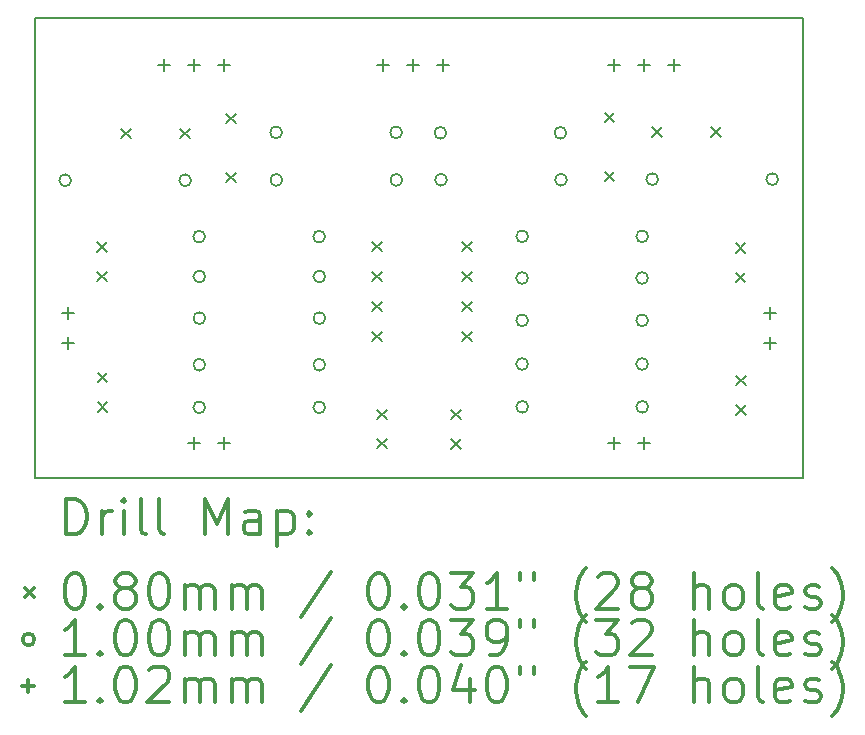
<source format=gbr>
%FSLAX45Y45*%
G04 Gerber Fmt 4.5, Leading zero omitted, Abs format (unit mm)*
G04 Created by KiCad (PCBNEW 4.0.7) date Sunday 08 October 2017 21:13:02*
%MOMM*%
%LPD*%
G01*
G04 APERTURE LIST*
%ADD10C,0.127000*%
%ADD11C,0.150000*%
%ADD12C,0.200000*%
%ADD13C,0.300000*%
G04 APERTURE END LIST*
D10*
D11*
X9900000Y-9700000D02*
X9900000Y-5800000D01*
X16400000Y-9700000D02*
X9900000Y-9700000D01*
X16400000Y-5800000D02*
X16400000Y-9700000D01*
X9900000Y-5800000D02*
X16400000Y-5800000D01*
D12*
X10425000Y-7701000D02*
X10505000Y-7781000D01*
X10505000Y-7701000D02*
X10425000Y-7781000D01*
X10425000Y-7951000D02*
X10505000Y-8031000D01*
X10505000Y-7951000D02*
X10425000Y-8031000D01*
X10431000Y-8806000D02*
X10511000Y-8886000D01*
X10511000Y-8806000D02*
X10431000Y-8886000D01*
X10431000Y-9056000D02*
X10511000Y-9136000D01*
X10511000Y-9056000D02*
X10431000Y-9136000D01*
X10629000Y-6742000D02*
X10709000Y-6822000D01*
X10709000Y-6742000D02*
X10629000Y-6822000D01*
X11129000Y-6742000D02*
X11209000Y-6822000D01*
X11209000Y-6742000D02*
X11129000Y-6822000D01*
X11516000Y-6615000D02*
X11596000Y-6695000D01*
X11596000Y-6615000D02*
X11516000Y-6695000D01*
X11516000Y-7115000D02*
X11596000Y-7195000D01*
X11596000Y-7115000D02*
X11516000Y-7195000D01*
X12754000Y-7695000D02*
X12834000Y-7775000D01*
X12834000Y-7695000D02*
X12754000Y-7775000D01*
X12754000Y-7949000D02*
X12834000Y-8029000D01*
X12834000Y-7949000D02*
X12754000Y-8029000D01*
X12754000Y-8203000D02*
X12834000Y-8283000D01*
X12834000Y-8203000D02*
X12754000Y-8283000D01*
X12754000Y-8457000D02*
X12834000Y-8537000D01*
X12834000Y-8457000D02*
X12754000Y-8537000D01*
X12796000Y-9117000D02*
X12876000Y-9197000D01*
X12876000Y-9117000D02*
X12796000Y-9197000D01*
X12796000Y-9367000D02*
X12876000Y-9447000D01*
X12876000Y-9367000D02*
X12796000Y-9447000D01*
X13424000Y-9119000D02*
X13504000Y-9199000D01*
X13504000Y-9119000D02*
X13424000Y-9199000D01*
X13424000Y-9369000D02*
X13504000Y-9449000D01*
X13504000Y-9369000D02*
X13424000Y-9449000D01*
X13516000Y-7695000D02*
X13596000Y-7775000D01*
X13596000Y-7695000D02*
X13516000Y-7775000D01*
X13516000Y-7949000D02*
X13596000Y-8029000D01*
X13596000Y-7949000D02*
X13516000Y-8029000D01*
X13516000Y-8203000D02*
X13596000Y-8283000D01*
X13596000Y-8203000D02*
X13516000Y-8283000D01*
X13516000Y-8457000D02*
X13596000Y-8537000D01*
X13596000Y-8457000D02*
X13516000Y-8537000D01*
X14723000Y-6604000D02*
X14803000Y-6684000D01*
X14803000Y-6604000D02*
X14723000Y-6684000D01*
X14723000Y-7104000D02*
X14803000Y-7184000D01*
X14803000Y-7104000D02*
X14723000Y-7184000D01*
X15125000Y-6726000D02*
X15205000Y-6806000D01*
X15205000Y-6726000D02*
X15125000Y-6806000D01*
X15625000Y-6726000D02*
X15705000Y-6806000D01*
X15705000Y-6726000D02*
X15625000Y-6806000D01*
X15830000Y-7711000D02*
X15910000Y-7791000D01*
X15910000Y-7711000D02*
X15830000Y-7791000D01*
X15830000Y-7961000D02*
X15910000Y-8041000D01*
X15910000Y-7961000D02*
X15830000Y-8041000D01*
X15836000Y-8830000D02*
X15916000Y-8910000D01*
X15916000Y-8830000D02*
X15836000Y-8910000D01*
X15836000Y-9080000D02*
X15916000Y-9160000D01*
X15916000Y-9080000D02*
X15836000Y-9160000D01*
X10203038Y-7176000D02*
G75*
G03X10203038Y-7176000I-50038J0D01*
G01*
X11219038Y-7176000D02*
G75*
G03X11219038Y-7176000I-50038J0D01*
G01*
X11338038Y-7653000D02*
G75*
G03X11338038Y-7653000I-50038J0D01*
G01*
X11339038Y-7991000D02*
G75*
G03X11339038Y-7991000I-50038J0D01*
G01*
X11339038Y-8344000D02*
G75*
G03X11339038Y-8344000I-50038J0D01*
G01*
X11339038Y-8738000D02*
G75*
G03X11339038Y-8738000I-50038J0D01*
G01*
X11339038Y-9099000D02*
G75*
G03X11339038Y-9099000I-50038J0D01*
G01*
X11989038Y-6771000D02*
G75*
G03X11989038Y-6771000I-50038J0D01*
G01*
X11991038Y-7173000D02*
G75*
G03X11991038Y-7173000I-50038J0D01*
G01*
X12354038Y-7653000D02*
G75*
G03X12354038Y-7653000I-50038J0D01*
G01*
X12355038Y-7991000D02*
G75*
G03X12355038Y-7991000I-50038J0D01*
G01*
X12355038Y-8344000D02*
G75*
G03X12355038Y-8344000I-50038J0D01*
G01*
X12355038Y-8738000D02*
G75*
G03X12355038Y-8738000I-50038J0D01*
G01*
X12355038Y-9099000D02*
G75*
G03X12355038Y-9099000I-50038J0D01*
G01*
X13005038Y-6771000D02*
G75*
G03X13005038Y-6771000I-50038J0D01*
G01*
X13007038Y-7173000D02*
G75*
G03X13007038Y-7173000I-50038J0D01*
G01*
X13380038Y-6775000D02*
G75*
G03X13380038Y-6775000I-50038J0D01*
G01*
X13385038Y-7172000D02*
G75*
G03X13385038Y-7172000I-50038J0D01*
G01*
X14072038Y-8003000D02*
G75*
G03X14072038Y-8003000I-50038J0D01*
G01*
X14072038Y-8362000D02*
G75*
G03X14072038Y-8362000I-50038J0D01*
G01*
X14072038Y-8731000D02*
G75*
G03X14072038Y-8731000I-50038J0D01*
G01*
X14073038Y-7651000D02*
G75*
G03X14073038Y-7651000I-50038J0D01*
G01*
X14073038Y-9094000D02*
G75*
G03X14073038Y-9094000I-50038J0D01*
G01*
X14396038Y-6775000D02*
G75*
G03X14396038Y-6775000I-50038J0D01*
G01*
X14401038Y-7172000D02*
G75*
G03X14401038Y-7172000I-50038J0D01*
G01*
X15088038Y-8003000D02*
G75*
G03X15088038Y-8003000I-50038J0D01*
G01*
X15088038Y-8362000D02*
G75*
G03X15088038Y-8362000I-50038J0D01*
G01*
X15088038Y-8731000D02*
G75*
G03X15088038Y-8731000I-50038J0D01*
G01*
X15089038Y-7651000D02*
G75*
G03X15089038Y-7651000I-50038J0D01*
G01*
X15089038Y-9094000D02*
G75*
G03X15089038Y-9094000I-50038J0D01*
G01*
X15174038Y-7167000D02*
G75*
G03X15174038Y-7167000I-50038J0D01*
G01*
X16190038Y-7167000D02*
G75*
G03X16190038Y-7167000I-50038J0D01*
G01*
X10181000Y-8249200D02*
X10181000Y-8350800D01*
X10130200Y-8300000D02*
X10231800Y-8300000D01*
X10181000Y-8503200D02*
X10181000Y-8604800D01*
X10130200Y-8554000D02*
X10231800Y-8554000D01*
X10992000Y-6149200D02*
X10992000Y-6250800D01*
X10941200Y-6200000D02*
X11042800Y-6200000D01*
X11246000Y-6149200D02*
X11246000Y-6250800D01*
X11195200Y-6200000D02*
X11296800Y-6200000D01*
X11246000Y-9349200D02*
X11246000Y-9450800D01*
X11195200Y-9400000D02*
X11296800Y-9400000D01*
X11500000Y-6149200D02*
X11500000Y-6250800D01*
X11449200Y-6200000D02*
X11550800Y-6200000D01*
X11500000Y-9349200D02*
X11500000Y-9450800D01*
X11449200Y-9400000D02*
X11550800Y-9400000D01*
X12846000Y-6149200D02*
X12846000Y-6250800D01*
X12795200Y-6200000D02*
X12896800Y-6200000D01*
X13100000Y-6149200D02*
X13100000Y-6250800D01*
X13049200Y-6200000D02*
X13150800Y-6200000D01*
X13354000Y-6149200D02*
X13354000Y-6250800D01*
X13303200Y-6200000D02*
X13404800Y-6200000D01*
X14800000Y-6149200D02*
X14800000Y-6250800D01*
X14749200Y-6200000D02*
X14850800Y-6200000D01*
X14800000Y-9349200D02*
X14800000Y-9450800D01*
X14749200Y-9400000D02*
X14850800Y-9400000D01*
X15054000Y-6149200D02*
X15054000Y-6250800D01*
X15003200Y-6200000D02*
X15104800Y-6200000D01*
X15054000Y-9349200D02*
X15054000Y-9450800D01*
X15003200Y-9400000D02*
X15104800Y-9400000D01*
X15308000Y-6149200D02*
X15308000Y-6250800D01*
X15257200Y-6200000D02*
X15358800Y-6200000D01*
X16121000Y-8249200D02*
X16121000Y-8350800D01*
X16070200Y-8300000D02*
X16171800Y-8300000D01*
X16121000Y-8503200D02*
X16121000Y-8604800D01*
X16070200Y-8554000D02*
X16171800Y-8554000D01*
D13*
X10163929Y-10173214D02*
X10163929Y-9873214D01*
X10235357Y-9873214D01*
X10278214Y-9887500D01*
X10306786Y-9916072D01*
X10321071Y-9944643D01*
X10335357Y-10001786D01*
X10335357Y-10044643D01*
X10321071Y-10101786D01*
X10306786Y-10130357D01*
X10278214Y-10158929D01*
X10235357Y-10173214D01*
X10163929Y-10173214D01*
X10463929Y-10173214D02*
X10463929Y-9973214D01*
X10463929Y-10030357D02*
X10478214Y-10001786D01*
X10492500Y-9987500D01*
X10521071Y-9973214D01*
X10549643Y-9973214D01*
X10649643Y-10173214D02*
X10649643Y-9973214D01*
X10649643Y-9873214D02*
X10635357Y-9887500D01*
X10649643Y-9901786D01*
X10663929Y-9887500D01*
X10649643Y-9873214D01*
X10649643Y-9901786D01*
X10835357Y-10173214D02*
X10806786Y-10158929D01*
X10792500Y-10130357D01*
X10792500Y-9873214D01*
X10992500Y-10173214D02*
X10963929Y-10158929D01*
X10949643Y-10130357D01*
X10949643Y-9873214D01*
X11335357Y-10173214D02*
X11335357Y-9873214D01*
X11435357Y-10087500D01*
X11535357Y-9873214D01*
X11535357Y-10173214D01*
X11806786Y-10173214D02*
X11806786Y-10016072D01*
X11792500Y-9987500D01*
X11763928Y-9973214D01*
X11706786Y-9973214D01*
X11678214Y-9987500D01*
X11806786Y-10158929D02*
X11778214Y-10173214D01*
X11706786Y-10173214D01*
X11678214Y-10158929D01*
X11663928Y-10130357D01*
X11663928Y-10101786D01*
X11678214Y-10073214D01*
X11706786Y-10058929D01*
X11778214Y-10058929D01*
X11806786Y-10044643D01*
X11949643Y-9973214D02*
X11949643Y-10273214D01*
X11949643Y-9987500D02*
X11978214Y-9973214D01*
X12035357Y-9973214D01*
X12063928Y-9987500D01*
X12078214Y-10001786D01*
X12092500Y-10030357D01*
X12092500Y-10116072D01*
X12078214Y-10144643D01*
X12063928Y-10158929D01*
X12035357Y-10173214D01*
X11978214Y-10173214D01*
X11949643Y-10158929D01*
X12221071Y-10144643D02*
X12235357Y-10158929D01*
X12221071Y-10173214D01*
X12206786Y-10158929D01*
X12221071Y-10144643D01*
X12221071Y-10173214D01*
X12221071Y-9987500D02*
X12235357Y-10001786D01*
X12221071Y-10016072D01*
X12206786Y-10001786D01*
X12221071Y-9987500D01*
X12221071Y-10016072D01*
X9812500Y-10627500D02*
X9892500Y-10707500D01*
X9892500Y-10627500D02*
X9812500Y-10707500D01*
X10221071Y-10503214D02*
X10249643Y-10503214D01*
X10278214Y-10517500D01*
X10292500Y-10531786D01*
X10306786Y-10560357D01*
X10321071Y-10617500D01*
X10321071Y-10688929D01*
X10306786Y-10746072D01*
X10292500Y-10774643D01*
X10278214Y-10788929D01*
X10249643Y-10803214D01*
X10221071Y-10803214D01*
X10192500Y-10788929D01*
X10178214Y-10774643D01*
X10163929Y-10746072D01*
X10149643Y-10688929D01*
X10149643Y-10617500D01*
X10163929Y-10560357D01*
X10178214Y-10531786D01*
X10192500Y-10517500D01*
X10221071Y-10503214D01*
X10449643Y-10774643D02*
X10463929Y-10788929D01*
X10449643Y-10803214D01*
X10435357Y-10788929D01*
X10449643Y-10774643D01*
X10449643Y-10803214D01*
X10635357Y-10631786D02*
X10606786Y-10617500D01*
X10592500Y-10603214D01*
X10578214Y-10574643D01*
X10578214Y-10560357D01*
X10592500Y-10531786D01*
X10606786Y-10517500D01*
X10635357Y-10503214D01*
X10692500Y-10503214D01*
X10721071Y-10517500D01*
X10735357Y-10531786D01*
X10749643Y-10560357D01*
X10749643Y-10574643D01*
X10735357Y-10603214D01*
X10721071Y-10617500D01*
X10692500Y-10631786D01*
X10635357Y-10631786D01*
X10606786Y-10646072D01*
X10592500Y-10660357D01*
X10578214Y-10688929D01*
X10578214Y-10746072D01*
X10592500Y-10774643D01*
X10606786Y-10788929D01*
X10635357Y-10803214D01*
X10692500Y-10803214D01*
X10721071Y-10788929D01*
X10735357Y-10774643D01*
X10749643Y-10746072D01*
X10749643Y-10688929D01*
X10735357Y-10660357D01*
X10721071Y-10646072D01*
X10692500Y-10631786D01*
X10935357Y-10503214D02*
X10963929Y-10503214D01*
X10992500Y-10517500D01*
X11006786Y-10531786D01*
X11021071Y-10560357D01*
X11035357Y-10617500D01*
X11035357Y-10688929D01*
X11021071Y-10746072D01*
X11006786Y-10774643D01*
X10992500Y-10788929D01*
X10963929Y-10803214D01*
X10935357Y-10803214D01*
X10906786Y-10788929D01*
X10892500Y-10774643D01*
X10878214Y-10746072D01*
X10863929Y-10688929D01*
X10863929Y-10617500D01*
X10878214Y-10560357D01*
X10892500Y-10531786D01*
X10906786Y-10517500D01*
X10935357Y-10503214D01*
X11163929Y-10803214D02*
X11163929Y-10603214D01*
X11163929Y-10631786D02*
X11178214Y-10617500D01*
X11206786Y-10603214D01*
X11249643Y-10603214D01*
X11278214Y-10617500D01*
X11292500Y-10646072D01*
X11292500Y-10803214D01*
X11292500Y-10646072D02*
X11306786Y-10617500D01*
X11335357Y-10603214D01*
X11378214Y-10603214D01*
X11406786Y-10617500D01*
X11421071Y-10646072D01*
X11421071Y-10803214D01*
X11563928Y-10803214D02*
X11563928Y-10603214D01*
X11563928Y-10631786D02*
X11578214Y-10617500D01*
X11606786Y-10603214D01*
X11649643Y-10603214D01*
X11678214Y-10617500D01*
X11692500Y-10646072D01*
X11692500Y-10803214D01*
X11692500Y-10646072D02*
X11706786Y-10617500D01*
X11735357Y-10603214D01*
X11778214Y-10603214D01*
X11806786Y-10617500D01*
X11821071Y-10646072D01*
X11821071Y-10803214D01*
X12406786Y-10488929D02*
X12149643Y-10874643D01*
X12792500Y-10503214D02*
X12821071Y-10503214D01*
X12849643Y-10517500D01*
X12863928Y-10531786D01*
X12878214Y-10560357D01*
X12892500Y-10617500D01*
X12892500Y-10688929D01*
X12878214Y-10746072D01*
X12863928Y-10774643D01*
X12849643Y-10788929D01*
X12821071Y-10803214D01*
X12792500Y-10803214D01*
X12763928Y-10788929D01*
X12749643Y-10774643D01*
X12735357Y-10746072D01*
X12721071Y-10688929D01*
X12721071Y-10617500D01*
X12735357Y-10560357D01*
X12749643Y-10531786D01*
X12763928Y-10517500D01*
X12792500Y-10503214D01*
X13021071Y-10774643D02*
X13035357Y-10788929D01*
X13021071Y-10803214D01*
X13006786Y-10788929D01*
X13021071Y-10774643D01*
X13021071Y-10803214D01*
X13221071Y-10503214D02*
X13249643Y-10503214D01*
X13278214Y-10517500D01*
X13292500Y-10531786D01*
X13306785Y-10560357D01*
X13321071Y-10617500D01*
X13321071Y-10688929D01*
X13306785Y-10746072D01*
X13292500Y-10774643D01*
X13278214Y-10788929D01*
X13249643Y-10803214D01*
X13221071Y-10803214D01*
X13192500Y-10788929D01*
X13178214Y-10774643D01*
X13163928Y-10746072D01*
X13149643Y-10688929D01*
X13149643Y-10617500D01*
X13163928Y-10560357D01*
X13178214Y-10531786D01*
X13192500Y-10517500D01*
X13221071Y-10503214D01*
X13421071Y-10503214D02*
X13606785Y-10503214D01*
X13506785Y-10617500D01*
X13549643Y-10617500D01*
X13578214Y-10631786D01*
X13592500Y-10646072D01*
X13606785Y-10674643D01*
X13606785Y-10746072D01*
X13592500Y-10774643D01*
X13578214Y-10788929D01*
X13549643Y-10803214D01*
X13463928Y-10803214D01*
X13435357Y-10788929D01*
X13421071Y-10774643D01*
X13892500Y-10803214D02*
X13721071Y-10803214D01*
X13806785Y-10803214D02*
X13806785Y-10503214D01*
X13778214Y-10546072D01*
X13749643Y-10574643D01*
X13721071Y-10588929D01*
X14006786Y-10503214D02*
X14006786Y-10560357D01*
X14121071Y-10503214D02*
X14121071Y-10560357D01*
X14563928Y-10917500D02*
X14549643Y-10903214D01*
X14521071Y-10860357D01*
X14506785Y-10831786D01*
X14492500Y-10788929D01*
X14478214Y-10717500D01*
X14478214Y-10660357D01*
X14492500Y-10588929D01*
X14506785Y-10546072D01*
X14521071Y-10517500D01*
X14549643Y-10474643D01*
X14563928Y-10460357D01*
X14663928Y-10531786D02*
X14678214Y-10517500D01*
X14706785Y-10503214D01*
X14778214Y-10503214D01*
X14806785Y-10517500D01*
X14821071Y-10531786D01*
X14835357Y-10560357D01*
X14835357Y-10588929D01*
X14821071Y-10631786D01*
X14649643Y-10803214D01*
X14835357Y-10803214D01*
X15006785Y-10631786D02*
X14978214Y-10617500D01*
X14963928Y-10603214D01*
X14949643Y-10574643D01*
X14949643Y-10560357D01*
X14963928Y-10531786D01*
X14978214Y-10517500D01*
X15006785Y-10503214D01*
X15063928Y-10503214D01*
X15092500Y-10517500D01*
X15106785Y-10531786D01*
X15121071Y-10560357D01*
X15121071Y-10574643D01*
X15106785Y-10603214D01*
X15092500Y-10617500D01*
X15063928Y-10631786D01*
X15006785Y-10631786D01*
X14978214Y-10646072D01*
X14963928Y-10660357D01*
X14949643Y-10688929D01*
X14949643Y-10746072D01*
X14963928Y-10774643D01*
X14978214Y-10788929D01*
X15006785Y-10803214D01*
X15063928Y-10803214D01*
X15092500Y-10788929D01*
X15106785Y-10774643D01*
X15121071Y-10746072D01*
X15121071Y-10688929D01*
X15106785Y-10660357D01*
X15092500Y-10646072D01*
X15063928Y-10631786D01*
X15478214Y-10803214D02*
X15478214Y-10503214D01*
X15606785Y-10803214D02*
X15606785Y-10646072D01*
X15592500Y-10617500D01*
X15563928Y-10603214D01*
X15521071Y-10603214D01*
X15492500Y-10617500D01*
X15478214Y-10631786D01*
X15792500Y-10803214D02*
X15763928Y-10788929D01*
X15749643Y-10774643D01*
X15735357Y-10746072D01*
X15735357Y-10660357D01*
X15749643Y-10631786D01*
X15763928Y-10617500D01*
X15792500Y-10603214D01*
X15835357Y-10603214D01*
X15863928Y-10617500D01*
X15878214Y-10631786D01*
X15892500Y-10660357D01*
X15892500Y-10746072D01*
X15878214Y-10774643D01*
X15863928Y-10788929D01*
X15835357Y-10803214D01*
X15792500Y-10803214D01*
X16063928Y-10803214D02*
X16035357Y-10788929D01*
X16021071Y-10760357D01*
X16021071Y-10503214D01*
X16292500Y-10788929D02*
X16263928Y-10803214D01*
X16206786Y-10803214D01*
X16178214Y-10788929D01*
X16163928Y-10760357D01*
X16163928Y-10646072D01*
X16178214Y-10617500D01*
X16206786Y-10603214D01*
X16263928Y-10603214D01*
X16292500Y-10617500D01*
X16306786Y-10646072D01*
X16306786Y-10674643D01*
X16163928Y-10703214D01*
X16421071Y-10788929D02*
X16449643Y-10803214D01*
X16506786Y-10803214D01*
X16535357Y-10788929D01*
X16549643Y-10760357D01*
X16549643Y-10746072D01*
X16535357Y-10717500D01*
X16506786Y-10703214D01*
X16463928Y-10703214D01*
X16435357Y-10688929D01*
X16421071Y-10660357D01*
X16421071Y-10646072D01*
X16435357Y-10617500D01*
X16463928Y-10603214D01*
X16506786Y-10603214D01*
X16535357Y-10617500D01*
X16649643Y-10917500D02*
X16663928Y-10903214D01*
X16692500Y-10860357D01*
X16706786Y-10831786D01*
X16721071Y-10788929D01*
X16735357Y-10717500D01*
X16735357Y-10660357D01*
X16721071Y-10588929D01*
X16706786Y-10546072D01*
X16692500Y-10517500D01*
X16663928Y-10474643D01*
X16649643Y-10460357D01*
X9892500Y-11063500D02*
G75*
G03X9892500Y-11063500I-50038J0D01*
G01*
X10321071Y-11199214D02*
X10149643Y-11199214D01*
X10235357Y-11199214D02*
X10235357Y-10899214D01*
X10206786Y-10942072D01*
X10178214Y-10970643D01*
X10149643Y-10984929D01*
X10449643Y-11170643D02*
X10463929Y-11184929D01*
X10449643Y-11199214D01*
X10435357Y-11184929D01*
X10449643Y-11170643D01*
X10449643Y-11199214D01*
X10649643Y-10899214D02*
X10678214Y-10899214D01*
X10706786Y-10913500D01*
X10721071Y-10927786D01*
X10735357Y-10956357D01*
X10749643Y-11013500D01*
X10749643Y-11084929D01*
X10735357Y-11142072D01*
X10721071Y-11170643D01*
X10706786Y-11184929D01*
X10678214Y-11199214D01*
X10649643Y-11199214D01*
X10621071Y-11184929D01*
X10606786Y-11170643D01*
X10592500Y-11142072D01*
X10578214Y-11084929D01*
X10578214Y-11013500D01*
X10592500Y-10956357D01*
X10606786Y-10927786D01*
X10621071Y-10913500D01*
X10649643Y-10899214D01*
X10935357Y-10899214D02*
X10963929Y-10899214D01*
X10992500Y-10913500D01*
X11006786Y-10927786D01*
X11021071Y-10956357D01*
X11035357Y-11013500D01*
X11035357Y-11084929D01*
X11021071Y-11142072D01*
X11006786Y-11170643D01*
X10992500Y-11184929D01*
X10963929Y-11199214D01*
X10935357Y-11199214D01*
X10906786Y-11184929D01*
X10892500Y-11170643D01*
X10878214Y-11142072D01*
X10863929Y-11084929D01*
X10863929Y-11013500D01*
X10878214Y-10956357D01*
X10892500Y-10927786D01*
X10906786Y-10913500D01*
X10935357Y-10899214D01*
X11163929Y-11199214D02*
X11163929Y-10999214D01*
X11163929Y-11027786D02*
X11178214Y-11013500D01*
X11206786Y-10999214D01*
X11249643Y-10999214D01*
X11278214Y-11013500D01*
X11292500Y-11042072D01*
X11292500Y-11199214D01*
X11292500Y-11042072D02*
X11306786Y-11013500D01*
X11335357Y-10999214D01*
X11378214Y-10999214D01*
X11406786Y-11013500D01*
X11421071Y-11042072D01*
X11421071Y-11199214D01*
X11563928Y-11199214D02*
X11563928Y-10999214D01*
X11563928Y-11027786D02*
X11578214Y-11013500D01*
X11606786Y-10999214D01*
X11649643Y-10999214D01*
X11678214Y-11013500D01*
X11692500Y-11042072D01*
X11692500Y-11199214D01*
X11692500Y-11042072D02*
X11706786Y-11013500D01*
X11735357Y-10999214D01*
X11778214Y-10999214D01*
X11806786Y-11013500D01*
X11821071Y-11042072D01*
X11821071Y-11199214D01*
X12406786Y-10884929D02*
X12149643Y-11270643D01*
X12792500Y-10899214D02*
X12821071Y-10899214D01*
X12849643Y-10913500D01*
X12863928Y-10927786D01*
X12878214Y-10956357D01*
X12892500Y-11013500D01*
X12892500Y-11084929D01*
X12878214Y-11142072D01*
X12863928Y-11170643D01*
X12849643Y-11184929D01*
X12821071Y-11199214D01*
X12792500Y-11199214D01*
X12763928Y-11184929D01*
X12749643Y-11170643D01*
X12735357Y-11142072D01*
X12721071Y-11084929D01*
X12721071Y-11013500D01*
X12735357Y-10956357D01*
X12749643Y-10927786D01*
X12763928Y-10913500D01*
X12792500Y-10899214D01*
X13021071Y-11170643D02*
X13035357Y-11184929D01*
X13021071Y-11199214D01*
X13006786Y-11184929D01*
X13021071Y-11170643D01*
X13021071Y-11199214D01*
X13221071Y-10899214D02*
X13249643Y-10899214D01*
X13278214Y-10913500D01*
X13292500Y-10927786D01*
X13306785Y-10956357D01*
X13321071Y-11013500D01*
X13321071Y-11084929D01*
X13306785Y-11142072D01*
X13292500Y-11170643D01*
X13278214Y-11184929D01*
X13249643Y-11199214D01*
X13221071Y-11199214D01*
X13192500Y-11184929D01*
X13178214Y-11170643D01*
X13163928Y-11142072D01*
X13149643Y-11084929D01*
X13149643Y-11013500D01*
X13163928Y-10956357D01*
X13178214Y-10927786D01*
X13192500Y-10913500D01*
X13221071Y-10899214D01*
X13421071Y-10899214D02*
X13606785Y-10899214D01*
X13506785Y-11013500D01*
X13549643Y-11013500D01*
X13578214Y-11027786D01*
X13592500Y-11042072D01*
X13606785Y-11070643D01*
X13606785Y-11142072D01*
X13592500Y-11170643D01*
X13578214Y-11184929D01*
X13549643Y-11199214D01*
X13463928Y-11199214D01*
X13435357Y-11184929D01*
X13421071Y-11170643D01*
X13749643Y-11199214D02*
X13806785Y-11199214D01*
X13835357Y-11184929D01*
X13849643Y-11170643D01*
X13878214Y-11127786D01*
X13892500Y-11070643D01*
X13892500Y-10956357D01*
X13878214Y-10927786D01*
X13863928Y-10913500D01*
X13835357Y-10899214D01*
X13778214Y-10899214D01*
X13749643Y-10913500D01*
X13735357Y-10927786D01*
X13721071Y-10956357D01*
X13721071Y-11027786D01*
X13735357Y-11056357D01*
X13749643Y-11070643D01*
X13778214Y-11084929D01*
X13835357Y-11084929D01*
X13863928Y-11070643D01*
X13878214Y-11056357D01*
X13892500Y-11027786D01*
X14006786Y-10899214D02*
X14006786Y-10956357D01*
X14121071Y-10899214D02*
X14121071Y-10956357D01*
X14563928Y-11313500D02*
X14549643Y-11299214D01*
X14521071Y-11256357D01*
X14506785Y-11227786D01*
X14492500Y-11184929D01*
X14478214Y-11113500D01*
X14478214Y-11056357D01*
X14492500Y-10984929D01*
X14506785Y-10942072D01*
X14521071Y-10913500D01*
X14549643Y-10870643D01*
X14563928Y-10856357D01*
X14649643Y-10899214D02*
X14835357Y-10899214D01*
X14735357Y-11013500D01*
X14778214Y-11013500D01*
X14806785Y-11027786D01*
X14821071Y-11042072D01*
X14835357Y-11070643D01*
X14835357Y-11142072D01*
X14821071Y-11170643D01*
X14806785Y-11184929D01*
X14778214Y-11199214D01*
X14692500Y-11199214D01*
X14663928Y-11184929D01*
X14649643Y-11170643D01*
X14949643Y-10927786D02*
X14963928Y-10913500D01*
X14992500Y-10899214D01*
X15063928Y-10899214D01*
X15092500Y-10913500D01*
X15106785Y-10927786D01*
X15121071Y-10956357D01*
X15121071Y-10984929D01*
X15106785Y-11027786D01*
X14935357Y-11199214D01*
X15121071Y-11199214D01*
X15478214Y-11199214D02*
X15478214Y-10899214D01*
X15606785Y-11199214D02*
X15606785Y-11042072D01*
X15592500Y-11013500D01*
X15563928Y-10999214D01*
X15521071Y-10999214D01*
X15492500Y-11013500D01*
X15478214Y-11027786D01*
X15792500Y-11199214D02*
X15763928Y-11184929D01*
X15749643Y-11170643D01*
X15735357Y-11142072D01*
X15735357Y-11056357D01*
X15749643Y-11027786D01*
X15763928Y-11013500D01*
X15792500Y-10999214D01*
X15835357Y-10999214D01*
X15863928Y-11013500D01*
X15878214Y-11027786D01*
X15892500Y-11056357D01*
X15892500Y-11142072D01*
X15878214Y-11170643D01*
X15863928Y-11184929D01*
X15835357Y-11199214D01*
X15792500Y-11199214D01*
X16063928Y-11199214D02*
X16035357Y-11184929D01*
X16021071Y-11156357D01*
X16021071Y-10899214D01*
X16292500Y-11184929D02*
X16263928Y-11199214D01*
X16206786Y-11199214D01*
X16178214Y-11184929D01*
X16163928Y-11156357D01*
X16163928Y-11042072D01*
X16178214Y-11013500D01*
X16206786Y-10999214D01*
X16263928Y-10999214D01*
X16292500Y-11013500D01*
X16306786Y-11042072D01*
X16306786Y-11070643D01*
X16163928Y-11099214D01*
X16421071Y-11184929D02*
X16449643Y-11199214D01*
X16506786Y-11199214D01*
X16535357Y-11184929D01*
X16549643Y-11156357D01*
X16549643Y-11142072D01*
X16535357Y-11113500D01*
X16506786Y-11099214D01*
X16463928Y-11099214D01*
X16435357Y-11084929D01*
X16421071Y-11056357D01*
X16421071Y-11042072D01*
X16435357Y-11013500D01*
X16463928Y-10999214D01*
X16506786Y-10999214D01*
X16535357Y-11013500D01*
X16649643Y-11313500D02*
X16663928Y-11299214D01*
X16692500Y-11256357D01*
X16706786Y-11227786D01*
X16721071Y-11184929D01*
X16735357Y-11113500D01*
X16735357Y-11056357D01*
X16721071Y-10984929D01*
X16706786Y-10942072D01*
X16692500Y-10913500D01*
X16663928Y-10870643D01*
X16649643Y-10856357D01*
X9841700Y-11408700D02*
X9841700Y-11510300D01*
X9790900Y-11459500D02*
X9892500Y-11459500D01*
X10321071Y-11595214D02*
X10149643Y-11595214D01*
X10235357Y-11595214D02*
X10235357Y-11295214D01*
X10206786Y-11338071D01*
X10178214Y-11366643D01*
X10149643Y-11380929D01*
X10449643Y-11566643D02*
X10463929Y-11580929D01*
X10449643Y-11595214D01*
X10435357Y-11580929D01*
X10449643Y-11566643D01*
X10449643Y-11595214D01*
X10649643Y-11295214D02*
X10678214Y-11295214D01*
X10706786Y-11309500D01*
X10721071Y-11323786D01*
X10735357Y-11352357D01*
X10749643Y-11409500D01*
X10749643Y-11480929D01*
X10735357Y-11538071D01*
X10721071Y-11566643D01*
X10706786Y-11580929D01*
X10678214Y-11595214D01*
X10649643Y-11595214D01*
X10621071Y-11580929D01*
X10606786Y-11566643D01*
X10592500Y-11538071D01*
X10578214Y-11480929D01*
X10578214Y-11409500D01*
X10592500Y-11352357D01*
X10606786Y-11323786D01*
X10621071Y-11309500D01*
X10649643Y-11295214D01*
X10863929Y-11323786D02*
X10878214Y-11309500D01*
X10906786Y-11295214D01*
X10978214Y-11295214D01*
X11006786Y-11309500D01*
X11021071Y-11323786D01*
X11035357Y-11352357D01*
X11035357Y-11380929D01*
X11021071Y-11423786D01*
X10849643Y-11595214D01*
X11035357Y-11595214D01*
X11163929Y-11595214D02*
X11163929Y-11395214D01*
X11163929Y-11423786D02*
X11178214Y-11409500D01*
X11206786Y-11395214D01*
X11249643Y-11395214D01*
X11278214Y-11409500D01*
X11292500Y-11438071D01*
X11292500Y-11595214D01*
X11292500Y-11438071D02*
X11306786Y-11409500D01*
X11335357Y-11395214D01*
X11378214Y-11395214D01*
X11406786Y-11409500D01*
X11421071Y-11438071D01*
X11421071Y-11595214D01*
X11563928Y-11595214D02*
X11563928Y-11395214D01*
X11563928Y-11423786D02*
X11578214Y-11409500D01*
X11606786Y-11395214D01*
X11649643Y-11395214D01*
X11678214Y-11409500D01*
X11692500Y-11438071D01*
X11692500Y-11595214D01*
X11692500Y-11438071D02*
X11706786Y-11409500D01*
X11735357Y-11395214D01*
X11778214Y-11395214D01*
X11806786Y-11409500D01*
X11821071Y-11438071D01*
X11821071Y-11595214D01*
X12406786Y-11280929D02*
X12149643Y-11666643D01*
X12792500Y-11295214D02*
X12821071Y-11295214D01*
X12849643Y-11309500D01*
X12863928Y-11323786D01*
X12878214Y-11352357D01*
X12892500Y-11409500D01*
X12892500Y-11480929D01*
X12878214Y-11538071D01*
X12863928Y-11566643D01*
X12849643Y-11580929D01*
X12821071Y-11595214D01*
X12792500Y-11595214D01*
X12763928Y-11580929D01*
X12749643Y-11566643D01*
X12735357Y-11538071D01*
X12721071Y-11480929D01*
X12721071Y-11409500D01*
X12735357Y-11352357D01*
X12749643Y-11323786D01*
X12763928Y-11309500D01*
X12792500Y-11295214D01*
X13021071Y-11566643D02*
X13035357Y-11580929D01*
X13021071Y-11595214D01*
X13006786Y-11580929D01*
X13021071Y-11566643D01*
X13021071Y-11595214D01*
X13221071Y-11295214D02*
X13249643Y-11295214D01*
X13278214Y-11309500D01*
X13292500Y-11323786D01*
X13306785Y-11352357D01*
X13321071Y-11409500D01*
X13321071Y-11480929D01*
X13306785Y-11538071D01*
X13292500Y-11566643D01*
X13278214Y-11580929D01*
X13249643Y-11595214D01*
X13221071Y-11595214D01*
X13192500Y-11580929D01*
X13178214Y-11566643D01*
X13163928Y-11538071D01*
X13149643Y-11480929D01*
X13149643Y-11409500D01*
X13163928Y-11352357D01*
X13178214Y-11323786D01*
X13192500Y-11309500D01*
X13221071Y-11295214D01*
X13578214Y-11395214D02*
X13578214Y-11595214D01*
X13506785Y-11280929D02*
X13435357Y-11495214D01*
X13621071Y-11495214D01*
X13792500Y-11295214D02*
X13821071Y-11295214D01*
X13849643Y-11309500D01*
X13863928Y-11323786D01*
X13878214Y-11352357D01*
X13892500Y-11409500D01*
X13892500Y-11480929D01*
X13878214Y-11538071D01*
X13863928Y-11566643D01*
X13849643Y-11580929D01*
X13821071Y-11595214D01*
X13792500Y-11595214D01*
X13763928Y-11580929D01*
X13749643Y-11566643D01*
X13735357Y-11538071D01*
X13721071Y-11480929D01*
X13721071Y-11409500D01*
X13735357Y-11352357D01*
X13749643Y-11323786D01*
X13763928Y-11309500D01*
X13792500Y-11295214D01*
X14006786Y-11295214D02*
X14006786Y-11352357D01*
X14121071Y-11295214D02*
X14121071Y-11352357D01*
X14563928Y-11709500D02*
X14549643Y-11695214D01*
X14521071Y-11652357D01*
X14506785Y-11623786D01*
X14492500Y-11580929D01*
X14478214Y-11509500D01*
X14478214Y-11452357D01*
X14492500Y-11380929D01*
X14506785Y-11338071D01*
X14521071Y-11309500D01*
X14549643Y-11266643D01*
X14563928Y-11252357D01*
X14835357Y-11595214D02*
X14663928Y-11595214D01*
X14749643Y-11595214D02*
X14749643Y-11295214D01*
X14721071Y-11338071D01*
X14692500Y-11366643D01*
X14663928Y-11380929D01*
X14935357Y-11295214D02*
X15135357Y-11295214D01*
X15006785Y-11595214D01*
X15478214Y-11595214D02*
X15478214Y-11295214D01*
X15606785Y-11595214D02*
X15606785Y-11438071D01*
X15592500Y-11409500D01*
X15563928Y-11395214D01*
X15521071Y-11395214D01*
X15492500Y-11409500D01*
X15478214Y-11423786D01*
X15792500Y-11595214D02*
X15763928Y-11580929D01*
X15749643Y-11566643D01*
X15735357Y-11538071D01*
X15735357Y-11452357D01*
X15749643Y-11423786D01*
X15763928Y-11409500D01*
X15792500Y-11395214D01*
X15835357Y-11395214D01*
X15863928Y-11409500D01*
X15878214Y-11423786D01*
X15892500Y-11452357D01*
X15892500Y-11538071D01*
X15878214Y-11566643D01*
X15863928Y-11580929D01*
X15835357Y-11595214D01*
X15792500Y-11595214D01*
X16063928Y-11595214D02*
X16035357Y-11580929D01*
X16021071Y-11552357D01*
X16021071Y-11295214D01*
X16292500Y-11580929D02*
X16263928Y-11595214D01*
X16206786Y-11595214D01*
X16178214Y-11580929D01*
X16163928Y-11552357D01*
X16163928Y-11438071D01*
X16178214Y-11409500D01*
X16206786Y-11395214D01*
X16263928Y-11395214D01*
X16292500Y-11409500D01*
X16306786Y-11438071D01*
X16306786Y-11466643D01*
X16163928Y-11495214D01*
X16421071Y-11580929D02*
X16449643Y-11595214D01*
X16506786Y-11595214D01*
X16535357Y-11580929D01*
X16549643Y-11552357D01*
X16549643Y-11538071D01*
X16535357Y-11509500D01*
X16506786Y-11495214D01*
X16463928Y-11495214D01*
X16435357Y-11480929D01*
X16421071Y-11452357D01*
X16421071Y-11438071D01*
X16435357Y-11409500D01*
X16463928Y-11395214D01*
X16506786Y-11395214D01*
X16535357Y-11409500D01*
X16649643Y-11709500D02*
X16663928Y-11695214D01*
X16692500Y-11652357D01*
X16706786Y-11623786D01*
X16721071Y-11580929D01*
X16735357Y-11509500D01*
X16735357Y-11452357D01*
X16721071Y-11380929D01*
X16706786Y-11338071D01*
X16692500Y-11309500D01*
X16663928Y-11266643D01*
X16649643Y-11252357D01*
M02*

</source>
